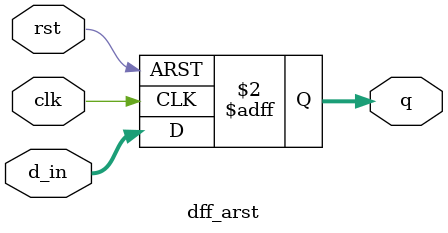
<source format=sv>
/*----------------------------------------------------------------------------------
-- Company: University
-- Engineer: student
-- Create Date: 24.10.2016 
-- Module Name: dff_arst - Behavioral
-- Project Name: D-flipflop
-- Target Devices: 
-- HDL: SystemVerilog
-- Tool Versions: ModelSim Altera starter edition
-- Description: D-flipflop with asynchronous reset
-- Revision 0.01 - File Created
----------------------------------------------------------------------------------*/

module dff_arst(input logic clk,rst,
		input logic [7:0] d_in,
		output logic [7:0] q);

always_ff @ (posedge clk, posedge rst)
	if(rst) q <= 8'b0;
	else q <= d_in;
endmodule

</source>
